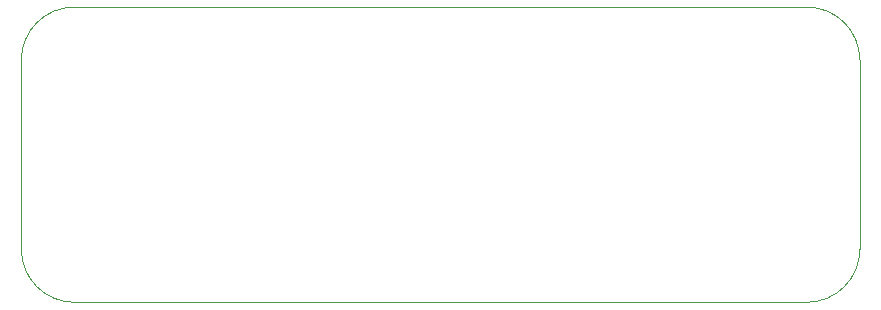
<source format=gbr>
G04 #@! TF.GenerationSoftware,KiCad,Pcbnew,5.1.5-1.fc31*
G04 #@! TF.CreationDate,2020-05-07T20:18:55-05:00*
G04 #@! TF.ProjectId,FrontPanel,46726f6e-7450-4616-9e65-6c2e6b696361,B*
G04 #@! TF.SameCoordinates,Original*
G04 #@! TF.FileFunction,Profile,NP*
%FSLAX46Y46*%
G04 Gerber Fmt 4.6, Leading zero omitted, Abs format (unit mm)*
G04 Created by KiCad (PCBNEW 5.1.5-1.fc31) date 2020-05-07 20:18:55*
%MOMM*%
%LPD*%
G04 APERTURE LIST*
%ADD10C,0.050000*%
G04 APERTURE END LIST*
D10*
X171000000Y-96000000D02*
G75*
G02X166500000Y-100500000I-4500000J0D01*
G01*
X166500000Y-75500000D02*
G75*
G02X171000000Y-80000000I0J-4500000D01*
G01*
X100000000Y-80000000D02*
G75*
G02X104500000Y-75500000I4500000J0D01*
G01*
X104500000Y-100500000D02*
G75*
G02X100000000Y-96000000I0J4500000D01*
G01*
X104500000Y-100500000D02*
X166500000Y-100500000D01*
X104500000Y-75500000D02*
X166500000Y-75500000D01*
X171000000Y-80000000D02*
X171000000Y-96000000D01*
X100000000Y-80000000D02*
X100000000Y-96000000D01*
M02*

</source>
